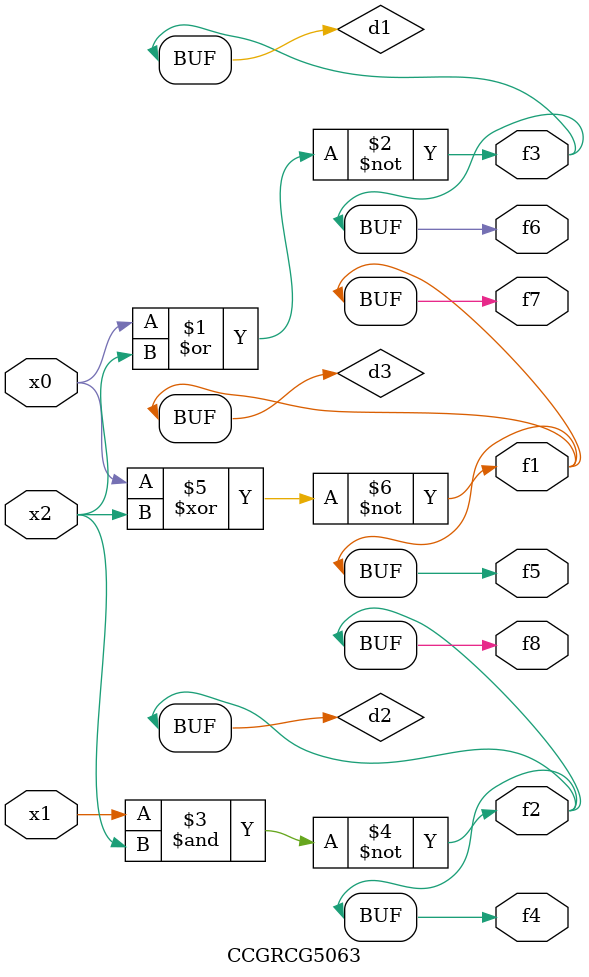
<source format=v>
module CCGRCG5063(
	input x0, x1, x2,
	output f1, f2, f3, f4, f5, f6, f7, f8
);

	wire d1, d2, d3;

	nor (d1, x0, x2);
	nand (d2, x1, x2);
	xnor (d3, x0, x2);
	assign f1 = d3;
	assign f2 = d2;
	assign f3 = d1;
	assign f4 = d2;
	assign f5 = d3;
	assign f6 = d1;
	assign f7 = d3;
	assign f8 = d2;
endmodule

</source>
